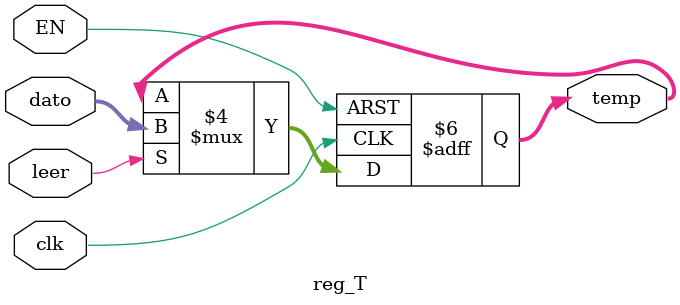
<source format=v>
`timescale 1ns / 1ps
module reg_T(
	input wire clk, leer, EN,
	input wire [2:0] dato,
	output reg [2:0] temp
    );

always @(posedge clk, negedge EN)
		if(~EN)
			temp <= 3'b000;
		else
			begin
				if(leer)
					temp <= dato;
				else
					temp <= temp;
			end
			
endmodule

</source>
